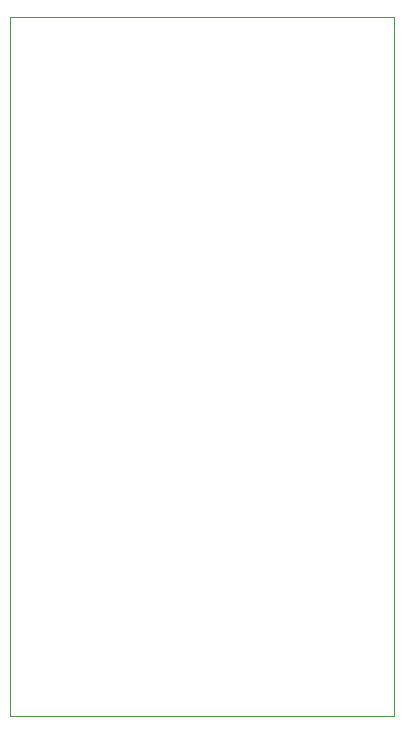
<source format=gbr>
%TF.GenerationSoftware,KiCad,Pcbnew,(5.1.6-0)*%
%TF.CreationDate,2022-10-03T16:44:33+02:00*%
%TF.ProjectId,Ouidire_v1,4f756964-6972-4655-9f76-312e6b696361,rev?*%
%TF.SameCoordinates,Original*%
%TF.FileFunction,Profile,NP*%
%FSLAX46Y46*%
G04 Gerber Fmt 4.6, Leading zero omitted, Abs format (unit mm)*
G04 Created by KiCad (PCBNEW (5.1.6-0)) date 2022-10-03 16:44:33*
%MOMM*%
%LPD*%
G01*
G04 APERTURE LIST*
%TA.AperFunction,Profile*%
%ADD10C,0.050000*%
%TD*%
G04 APERTURE END LIST*
D10*
X156718000Y-134112000D02*
X124206000Y-134112000D01*
X124206000Y-74930000D02*
X156718000Y-74930000D01*
X124206000Y-134112000D02*
X124206000Y-74930000D01*
X156718000Y-74930000D02*
X156718000Y-134112000D01*
M02*

</source>
